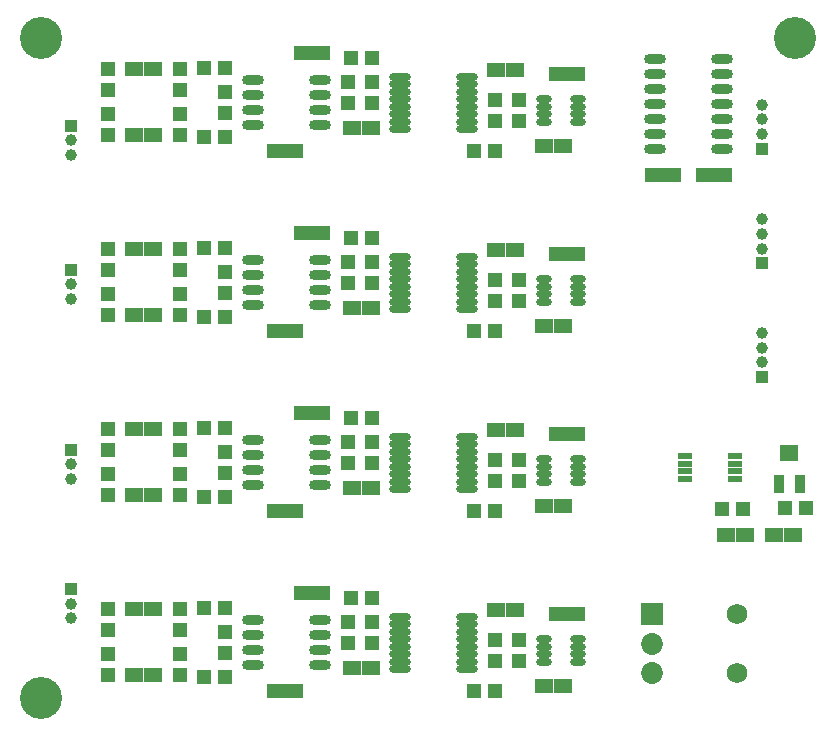
<source format=gbr>
%TF.GenerationSoftware,Altium Limited,Altium Designer,22.5.1 (42)*%
G04 Layer_Color=8388736*
%FSLAX45Y45*%
%MOMM*%
%TF.SameCoordinates,176CDB2E-7B72-45DB-8ACB-ACD3A9543041*%
%TF.FilePolarity,Negative*%
%TF.FileFunction,Soldermask,Top*%
%TF.Part,Single*%
G01*
G75*
%TA.AperFunction,SMDPad,CuDef*%
%ADD17R,0.96520X1.60020*%
%ADD18R,1.49860X1.47320*%
%TA.AperFunction,ViaPad*%
%ADD27C,3.55600*%
%TA.AperFunction,ComponentPad*%
%ADD30R,1.00240X1.00240*%
%ADD31C,1.00240*%
%ADD32R,1.85240X1.85240*%
%ADD33C,1.85240*%
%ADD34C,1.75240*%
%TA.AperFunction,SMDPad,CuDef*%
%ADD41O,1.85320X0.85320*%
%ADD42R,1.50320X1.30320*%
%ADD43R,1.24320X0.58320*%
%ADD44O,1.35320X0.70320*%
%ADD45O,1.85320X0.70320*%
%ADD46R,1.20320X1.25320*%
%ADD47R,1.25320X1.20320*%
D17*
X6741795Y2122170D02*
D03*
X6567805D02*
D03*
D18*
X6654800Y2379980D02*
D03*
D27*
X317500Y5892800D02*
D03*
Y304800D02*
D03*
X6705600Y5892800D02*
D03*
D30*
X6426200Y4957000D02*
D03*
X571500Y5154200D02*
D03*
Y3935509D02*
D03*
Y2411509D02*
D03*
Y1231900D02*
D03*
X6426200Y3987800D02*
D03*
Y3024600D02*
D03*
D31*
X571500Y4904200D02*
D03*
Y5029200D02*
D03*
Y3810509D02*
D03*
Y3685509D02*
D03*
Y2161509D02*
D03*
Y2286509D02*
D03*
Y1106900D02*
D03*
Y981900D02*
D03*
X6426200Y5332000D02*
D03*
Y5207000D02*
D03*
Y5082000D02*
D03*
Y4112800D02*
D03*
Y4237800D02*
D03*
Y4362800D02*
D03*
Y3399600D02*
D03*
Y3274600D02*
D03*
Y3149600D02*
D03*
D32*
X5492300Y1016000D02*
D03*
D33*
Y766000D02*
D03*
Y516000D02*
D03*
D34*
X6210300Y1016000D02*
D03*
Y516001D02*
D03*
D41*
X2678248Y590508D02*
D03*
Y717508D02*
D03*
Y844508D02*
D03*
Y971508D02*
D03*
X2113249Y590508D02*
D03*
Y717508D02*
D03*
Y844508D02*
D03*
Y971508D02*
D03*
X6082600Y4953000D02*
D03*
Y5080000D02*
D03*
Y5207000D02*
D03*
Y5334000D02*
D03*
Y5461000D02*
D03*
Y5588000D02*
D03*
Y5715000D02*
D03*
X5517600Y4953000D02*
D03*
Y5080000D02*
D03*
Y5207000D02*
D03*
Y5334000D02*
D03*
Y5461000D02*
D03*
Y5588000D02*
D03*
Y5715000D02*
D03*
X2678248Y3638508D02*
D03*
Y3765508D02*
D03*
Y3892508D02*
D03*
Y4019508D02*
D03*
X2113249Y3638508D02*
D03*
Y3765508D02*
D03*
Y3892508D02*
D03*
Y4019508D02*
D03*
Y5543508D02*
D03*
Y5416508D02*
D03*
Y5289508D02*
D03*
Y5162508D02*
D03*
X2678248Y5543508D02*
D03*
Y5416508D02*
D03*
Y5289508D02*
D03*
Y5162508D02*
D03*
Y2114508D02*
D03*
Y2241508D02*
D03*
Y2368508D02*
D03*
Y2495508D02*
D03*
X2113249Y2114508D02*
D03*
Y2241508D02*
D03*
Y2368508D02*
D03*
Y2495508D02*
D03*
D42*
X5504200Y4737100D02*
D03*
X5664200D02*
D03*
X6096000D02*
D03*
X5936000D02*
D03*
X6684000Y1689100D02*
D03*
X6524000D02*
D03*
X6117600D02*
D03*
X6277600D02*
D03*
X4170700Y4102100D02*
D03*
X4330700D02*
D03*
X3111500Y3606800D02*
D03*
X2951500D02*
D03*
X4851400Y4064000D02*
D03*
X4691400D02*
D03*
X4737100Y3454400D02*
D03*
X4577100D02*
D03*
X2692400Y4241800D02*
D03*
X2532400D02*
D03*
X2463800Y3416300D02*
D03*
X2303800D02*
D03*
X1269248Y3549608D02*
D03*
X1109248D02*
D03*
X1269248Y4108408D02*
D03*
X1109248D02*
D03*
X4170700Y1054100D02*
D03*
X4330700D02*
D03*
X3111500Y558800D02*
D03*
X2951500D02*
D03*
X4851400Y1016000D02*
D03*
X4691400D02*
D03*
X4737100Y406400D02*
D03*
X4577100D02*
D03*
X2692400Y1193800D02*
D03*
X2532400D02*
D03*
X2463800Y368300D02*
D03*
X2303800D02*
D03*
X1269248Y501608D02*
D03*
X1109248D02*
D03*
X1269248Y1060408D02*
D03*
X1109248D02*
D03*
X4170700Y5626100D02*
D03*
X4330700D02*
D03*
X3111500Y5130800D02*
D03*
X2951500D02*
D03*
X4851400Y5588000D02*
D03*
X4691400D02*
D03*
X4737100Y4978400D02*
D03*
X4577100D02*
D03*
X2692400Y5765800D02*
D03*
X2532400D02*
D03*
X2463800Y4940300D02*
D03*
X2303800D02*
D03*
X1269248Y5073608D02*
D03*
X1109248D02*
D03*
X1269248Y5632408D02*
D03*
X1109248D02*
D03*
Y2584408D02*
D03*
X1269248D02*
D03*
X1109248Y2025608D02*
D03*
X1269248D02*
D03*
X2303800Y1892300D02*
D03*
X2463800D02*
D03*
X2532400Y2717800D02*
D03*
X2692400D02*
D03*
X4577100Y1930400D02*
D03*
X4737100D02*
D03*
X4691400Y2540000D02*
D03*
X4851400D02*
D03*
X2951500Y2082800D02*
D03*
X3111500D02*
D03*
X4330700Y2578100D02*
D03*
X4170700D02*
D03*
D43*
X5769700Y2358100D02*
D03*
Y2293100D02*
D03*
Y2228100D02*
D03*
Y2163100D02*
D03*
X6193700Y2358100D02*
D03*
Y2293100D02*
D03*
Y2228100D02*
D03*
Y2163100D02*
D03*
D44*
X4573100Y3856700D02*
D03*
Y3791700D02*
D03*
Y3726700D02*
D03*
Y3661700D02*
D03*
X4868100Y3856700D02*
D03*
Y3791700D02*
D03*
Y3726700D02*
D03*
Y3661700D02*
D03*
X4573100Y808700D02*
D03*
Y743700D02*
D03*
Y678700D02*
D03*
Y613700D02*
D03*
X4868100Y808700D02*
D03*
Y743700D02*
D03*
Y678700D02*
D03*
Y613700D02*
D03*
X4573100Y5380700D02*
D03*
Y5315700D02*
D03*
Y5250700D02*
D03*
Y5185700D02*
D03*
X4868100Y5380700D02*
D03*
Y5315700D02*
D03*
Y5250700D02*
D03*
Y5185700D02*
D03*
Y2137700D02*
D03*
Y2202700D02*
D03*
Y2267700D02*
D03*
Y2332700D02*
D03*
X4573100Y2137700D02*
D03*
Y2202700D02*
D03*
Y2267700D02*
D03*
Y2332700D02*
D03*
D45*
X3358600Y4044950D02*
D03*
Y3981450D02*
D03*
Y3917950D02*
D03*
Y3854450D02*
D03*
Y3790950D02*
D03*
Y3727450D02*
D03*
Y3663950D02*
D03*
Y3600450D02*
D03*
X3923600Y4044950D02*
D03*
Y3981450D02*
D03*
Y3917950D02*
D03*
Y3854450D02*
D03*
Y3790950D02*
D03*
Y3727450D02*
D03*
Y3663950D02*
D03*
Y3600450D02*
D03*
X3358600Y996950D02*
D03*
Y933450D02*
D03*
Y869950D02*
D03*
Y806450D02*
D03*
Y742950D02*
D03*
Y679450D02*
D03*
Y615950D02*
D03*
Y552450D02*
D03*
X3923600Y996950D02*
D03*
Y933450D02*
D03*
Y869950D02*
D03*
Y806450D02*
D03*
Y742950D02*
D03*
Y679450D02*
D03*
Y615950D02*
D03*
Y552450D02*
D03*
X3358600Y5568950D02*
D03*
Y5505450D02*
D03*
Y5441950D02*
D03*
Y5378450D02*
D03*
Y5314950D02*
D03*
Y5251450D02*
D03*
Y5187950D02*
D03*
Y5124450D02*
D03*
X3923600Y5568950D02*
D03*
Y5505450D02*
D03*
Y5441950D02*
D03*
Y5378450D02*
D03*
Y5314950D02*
D03*
Y5251450D02*
D03*
Y5187950D02*
D03*
Y5124450D02*
D03*
Y2076450D02*
D03*
Y2139950D02*
D03*
Y2203450D02*
D03*
Y2266950D02*
D03*
Y2330450D02*
D03*
Y2393950D02*
D03*
Y2457450D02*
D03*
Y2520950D02*
D03*
X3358600Y2076450D02*
D03*
Y2139950D02*
D03*
Y2203450D02*
D03*
Y2266950D02*
D03*
Y2330450D02*
D03*
Y2393950D02*
D03*
Y2457450D02*
D03*
Y2520950D02*
D03*
D46*
X2917200Y3824100D02*
D03*
Y3999100D02*
D03*
X4161800Y3846700D02*
D03*
Y3671700D02*
D03*
X3120400Y3999100D02*
D03*
Y3824100D02*
D03*
X4365000Y3846700D02*
D03*
Y3671700D02*
D03*
X1875049Y3916508D02*
D03*
Y3741508D02*
D03*
X1494049Y3726008D02*
D03*
Y3551008D02*
D03*
X884449Y3726008D02*
D03*
Y3551008D02*
D03*
X1494049Y3932008D02*
D03*
Y4107008D02*
D03*
X884449Y3932008D02*
D03*
Y4107008D02*
D03*
X2917200Y776100D02*
D03*
Y951100D02*
D03*
X4161800Y798700D02*
D03*
Y623700D02*
D03*
X3120400Y951100D02*
D03*
Y776100D02*
D03*
X4365000Y798700D02*
D03*
Y623700D02*
D03*
X1875049Y868508D02*
D03*
Y693508D02*
D03*
X1494049Y678008D02*
D03*
Y503008D02*
D03*
X884449Y678008D02*
D03*
Y503008D02*
D03*
X1494049Y884008D02*
D03*
Y1059008D02*
D03*
X884449Y884008D02*
D03*
Y1059008D02*
D03*
X2917200Y5348100D02*
D03*
Y5523100D02*
D03*
X4161800Y5370700D02*
D03*
Y5195700D02*
D03*
X3120400Y5523100D02*
D03*
Y5348100D02*
D03*
X4365000Y5370700D02*
D03*
Y5195700D02*
D03*
X1875049Y5440508D02*
D03*
Y5265508D02*
D03*
X1494049Y5250008D02*
D03*
Y5075008D02*
D03*
X884449Y5250008D02*
D03*
Y5075008D02*
D03*
X1494049Y5456008D02*
D03*
Y5631008D02*
D03*
X884449Y5456008D02*
D03*
Y5631008D02*
D03*
Y2583008D02*
D03*
Y2408008D02*
D03*
X1494049Y2583008D02*
D03*
Y2408008D02*
D03*
X884449Y2027008D02*
D03*
Y2202008D02*
D03*
X1494049Y2027008D02*
D03*
Y2202008D02*
D03*
X1875049Y2217508D02*
D03*
Y2392508D02*
D03*
X4365000Y2147700D02*
D03*
Y2322700D02*
D03*
X3120400Y2300100D02*
D03*
Y2475100D02*
D03*
X4161800Y2147700D02*
D03*
Y2322700D02*
D03*
X2917200Y2475100D02*
D03*
Y2300100D02*
D03*
D47*
X4160400Y3416300D02*
D03*
X3985400D02*
D03*
X2944000Y4203700D02*
D03*
X3119000D02*
D03*
X1698649Y3536908D02*
D03*
X1873649D02*
D03*
X1698649Y4121108D02*
D03*
X1873649D02*
D03*
X3985400Y368300D02*
D03*
X4160400D02*
D03*
X6618100Y1917700D02*
D03*
X6793100D02*
D03*
X6259700Y1905000D02*
D03*
X6084700D02*
D03*
X3985400Y4940300D02*
D03*
X4160400D02*
D03*
X2944000Y1155700D02*
D03*
X3119000D02*
D03*
X1698649Y488908D02*
D03*
X1873649D02*
D03*
X1698649Y1073108D02*
D03*
X1873649D02*
D03*
X2944000Y5727700D02*
D03*
X3119000D02*
D03*
X1698649Y5060908D02*
D03*
X1873649D02*
D03*
X1698649Y5645108D02*
D03*
X1873649D02*
D03*
Y2597108D02*
D03*
X1698649D02*
D03*
X1873649Y2012908D02*
D03*
X1698649D02*
D03*
X3119000Y2679700D02*
D03*
X2944000D02*
D03*
X3985400Y1892300D02*
D03*
X4160400D02*
D03*
%TF.MD5,10695f54382727fa95e571cf4c8a32e8*%
M02*

</source>
